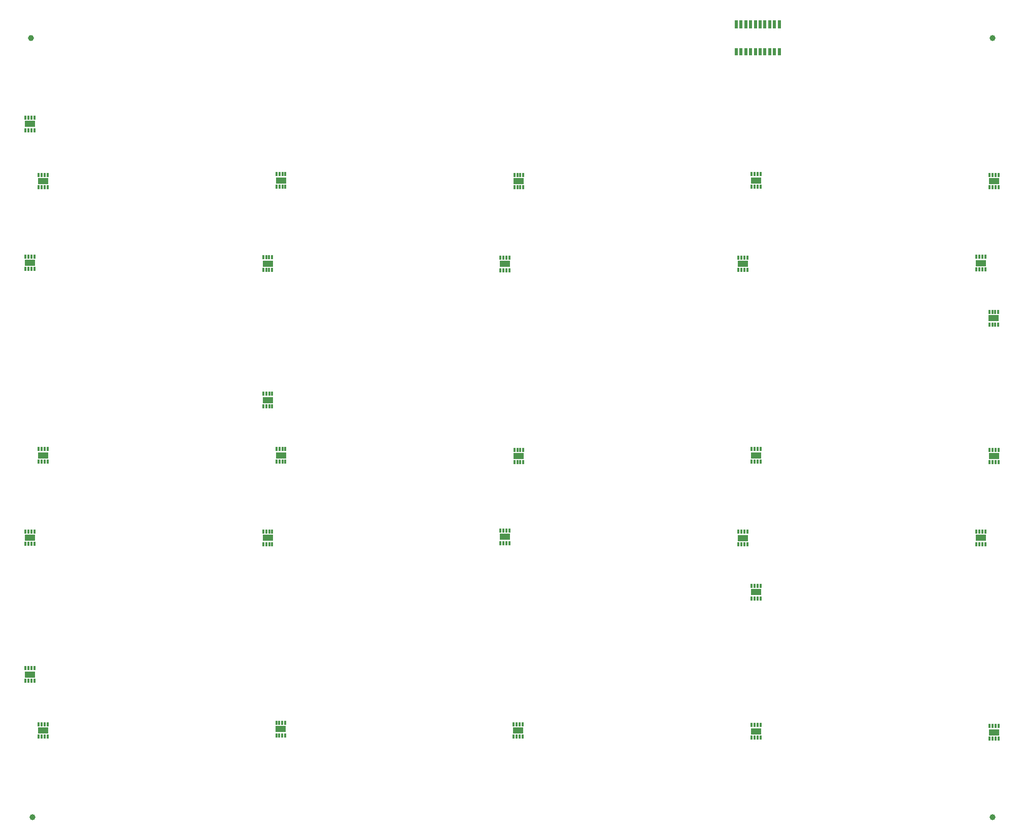
<source format=gbs>
G04 #@! TF.GenerationSoftware,KiCad,Pcbnew,8.0.0-1.fc39*
G04 #@! TF.CreationDate,2024-03-18T17:57:31+01:00*
G04 #@! TF.ProjectId,FT24-AMS-Slave_v1-VTSENS,46543234-2d41-44d5-932d-536c6176655f,rev?*
G04 #@! TF.SameCoordinates,Original*
G04 #@! TF.FileFunction,Soldermask,Bot*
G04 #@! TF.FilePolarity,Negative*
%FSLAX46Y46*%
G04 Gerber Fmt 4.6, Leading zero omitted, Abs format (unit mm)*
G04 Created by KiCad (PCBNEW 8.0.0-1.fc39) date 2024-03-18 17:57:31*
%MOMM*%
%LPD*%
G01*
G04 APERTURE LIST*
%ADD10R,0.300000X0.700000*%
%ADD11R,1.700000X1.000000*%
%ADD12C,1.000000*%
%ADD13R,0.550000X1.300000*%
%ADD14R,0.550000X1.400000*%
G04 APERTURE END LIST*
D10*
X106825000Y-65275000D03*
X106325000Y-65275000D03*
X105825000Y-65275000D03*
X105325000Y-65275000D03*
X105325000Y-63175000D03*
X105825000Y-63175000D03*
X106325000Y-63175000D03*
X106825000Y-63175000D03*
D11*
X106075000Y-64225000D03*
D10*
X186130330Y-111087498D03*
X185630330Y-111087498D03*
X185130330Y-111087498D03*
X184630330Y-111087498D03*
X184630330Y-108987498D03*
X185130330Y-108987498D03*
X185630330Y-108987498D03*
X186130330Y-108987498D03*
D11*
X185380330Y-110037498D03*
D10*
X146430330Y-65324080D03*
X145930330Y-65324080D03*
X145430330Y-65324080D03*
X144930330Y-65324080D03*
X144930330Y-63224080D03*
X145430330Y-63224080D03*
X145930330Y-63224080D03*
X146430330Y-63224080D03*
D11*
X145680330Y-64274080D03*
D10*
X67130330Y-133875000D03*
X66630330Y-133875000D03*
X66130330Y-133875000D03*
X65630330Y-133875000D03*
X65630330Y-131775000D03*
X66130330Y-131775000D03*
X66630330Y-131775000D03*
X67130330Y-131775000D03*
D11*
X66380330Y-132825000D03*
D10*
X146430330Y-110869670D03*
X145930330Y-110869670D03*
X145430330Y-110869670D03*
X144930330Y-110869670D03*
X144930330Y-108769670D03*
X145430330Y-108769670D03*
X145930330Y-108769670D03*
X146430330Y-108769670D03*
D11*
X145680330Y-109819670D03*
D10*
X225800000Y-65200000D03*
X225300000Y-65200000D03*
X224800000Y-65200000D03*
X224300000Y-65200000D03*
X224300000Y-63100000D03*
X224800000Y-63100000D03*
X225300000Y-63100000D03*
X225800000Y-63100000D03*
D11*
X225050000Y-64150000D03*
D10*
X226530330Y-141400000D03*
X227030330Y-141400000D03*
X227530330Y-141400000D03*
X228030330Y-141400000D03*
X228030330Y-143500000D03*
X227530330Y-143500000D03*
X227030330Y-143500000D03*
X226530330Y-143500000D03*
D11*
X227280330Y-142450000D03*
D10*
X107530330Y-49300000D03*
X108030330Y-49300000D03*
X108530330Y-49300000D03*
X109030330Y-49300000D03*
X109030330Y-51400000D03*
X108530330Y-51400000D03*
X108030330Y-51400000D03*
X107530330Y-51400000D03*
D11*
X108280330Y-50350000D03*
D10*
X147230330Y-49400000D03*
X147730330Y-49400000D03*
X148230330Y-49400000D03*
X148730330Y-49400000D03*
X148730330Y-51500000D03*
X148230330Y-51500000D03*
X147730330Y-51500000D03*
X147230330Y-51500000D03*
D11*
X147980330Y-50450000D03*
D12*
X227000000Y-156600000D03*
D10*
X147130330Y-141100000D03*
X147630330Y-141100000D03*
X148130330Y-141100000D03*
X148630330Y-141100000D03*
X148630330Y-143200000D03*
X148130330Y-143200000D03*
X147630330Y-143200000D03*
X147130330Y-143200000D03*
D11*
X147880330Y-142150000D03*
D10*
X226530330Y-95300000D03*
X227030330Y-95300000D03*
X227530330Y-95300000D03*
X228030330Y-95300000D03*
X228030330Y-97400000D03*
X227530330Y-97400000D03*
X227030330Y-97400000D03*
X226530330Y-97400000D03*
D11*
X227280330Y-96350000D03*
D10*
X186130330Y-65300000D03*
X185630330Y-65300000D03*
X185130330Y-65300000D03*
X184630330Y-65300000D03*
X184630330Y-63200000D03*
X185130330Y-63200000D03*
X185630330Y-63200000D03*
X186130330Y-63200000D03*
D11*
X185380330Y-64250000D03*
D10*
X147230330Y-95300000D03*
X147730330Y-95300000D03*
X148230330Y-95300000D03*
X148730330Y-95300000D03*
X148730330Y-97400000D03*
X148230330Y-97400000D03*
X147730330Y-97400000D03*
X147230330Y-97400000D03*
D11*
X147980330Y-96350000D03*
D10*
X186830330Y-141250000D03*
X187330330Y-141250000D03*
X187830330Y-141250000D03*
X188330330Y-141250000D03*
X188330330Y-143350000D03*
X187830330Y-143350000D03*
X187330330Y-143350000D03*
X186830330Y-143350000D03*
D11*
X187580330Y-142300000D03*
D12*
X66800000Y-156600000D03*
D10*
X226480330Y-72300000D03*
X226980330Y-72300000D03*
X227480330Y-72300000D03*
X227980330Y-72300000D03*
X227980330Y-74400000D03*
X227480330Y-74400000D03*
X226980330Y-74400000D03*
X226480330Y-74400000D03*
D11*
X227230330Y-73350000D03*
D10*
X106830330Y-88050000D03*
X106330330Y-88050000D03*
X105830330Y-88050000D03*
X105330330Y-88050000D03*
X105330330Y-85950000D03*
X105830330Y-85950000D03*
X106330330Y-85950000D03*
X106830330Y-85950000D03*
D11*
X106080330Y-87000000D03*
D10*
X67830330Y-141100000D03*
X68330330Y-141100000D03*
X68830330Y-141100000D03*
X69330330Y-141100000D03*
X69330330Y-143200000D03*
X68830330Y-143200000D03*
X68330330Y-143200000D03*
X67830330Y-143200000D03*
D11*
X68580330Y-142150000D03*
D10*
X67130330Y-65137517D03*
X66630330Y-65137517D03*
X66130330Y-65137517D03*
X65630330Y-65137517D03*
X65630330Y-63037517D03*
X66130330Y-63037517D03*
X66630330Y-63037517D03*
X67130330Y-63037517D03*
D11*
X66380330Y-64087517D03*
D10*
X67130330Y-111033274D03*
X66630330Y-111033274D03*
X66130330Y-111033274D03*
X65630330Y-111033274D03*
X65630330Y-108933274D03*
X66130330Y-108933274D03*
X66630330Y-108933274D03*
X67130330Y-108933274D03*
D11*
X66380330Y-109983274D03*
D10*
X67130330Y-41980330D03*
X66630330Y-41980330D03*
X66130330Y-41980330D03*
X65630330Y-41980330D03*
X65630330Y-39880330D03*
X66130330Y-39880330D03*
X66630330Y-39880330D03*
X67130330Y-39880330D03*
D11*
X66380330Y-40930330D03*
D10*
X67830330Y-49410660D03*
X68330330Y-49410660D03*
X68830330Y-49410660D03*
X69330330Y-49410660D03*
X69330330Y-51510660D03*
X68830330Y-51510660D03*
X68330330Y-51510660D03*
X67830330Y-51510660D03*
D11*
X68580330Y-50460660D03*
D10*
X67830330Y-95200000D03*
X68330330Y-95200000D03*
X68830330Y-95200000D03*
X69330330Y-95200000D03*
X69330330Y-97300000D03*
X68830330Y-97300000D03*
X68330330Y-97300000D03*
X67830330Y-97300000D03*
D11*
X68580330Y-96250000D03*
D10*
X186830330Y-118025000D03*
X187330330Y-118025000D03*
X187830330Y-118025000D03*
X188330330Y-118025000D03*
X188330330Y-120125000D03*
X187830330Y-120125000D03*
X187330330Y-120125000D03*
X186830330Y-120125000D03*
D11*
X187580330Y-119075000D03*
D12*
X66600000Y-26600000D03*
D10*
X186830330Y-49312500D03*
X187330330Y-49312500D03*
X187830330Y-49312500D03*
X188330330Y-49312500D03*
X188330330Y-51412500D03*
X187830330Y-51412500D03*
X187330330Y-51412500D03*
X186830330Y-51412500D03*
D11*
X187580330Y-50362500D03*
D13*
X191440000Y-28825000D03*
D14*
X191440000Y-24275000D03*
D13*
X190640000Y-28825000D03*
D14*
X190640000Y-24275000D03*
D13*
X189840000Y-28825000D03*
D14*
X189840000Y-24275000D03*
D13*
X189040000Y-28825000D03*
D14*
X189040000Y-24275000D03*
D13*
X188240000Y-28825000D03*
D14*
X188240000Y-24275000D03*
D13*
X187440000Y-28825000D03*
D14*
X187440000Y-24275000D03*
D13*
X186640000Y-28825000D03*
D14*
X186640000Y-24275000D03*
D13*
X185840000Y-28825000D03*
D14*
X185840000Y-24275000D03*
D13*
X185040000Y-28825000D03*
D14*
X185040000Y-24275000D03*
D13*
X184240000Y-28825000D03*
D14*
X184240000Y-24275000D03*
D10*
X186830330Y-95200000D03*
X187330330Y-95200000D03*
X187830330Y-95200000D03*
X188330330Y-95200000D03*
X188330330Y-97300000D03*
X187830330Y-97300000D03*
X187330330Y-97300000D03*
X186830330Y-97300000D03*
D11*
X187580330Y-96250000D03*
D12*
X227000000Y-26600000D03*
D10*
X226530330Y-49400000D03*
X227030330Y-49400000D03*
X227530330Y-49400000D03*
X228030330Y-49400000D03*
X228030330Y-51500000D03*
X227530330Y-51500000D03*
X227030330Y-51500000D03*
X226530330Y-51500000D03*
D11*
X227280330Y-50450000D03*
D10*
X107530330Y-95200000D03*
X108030330Y-95200000D03*
X108530330Y-95200000D03*
X109030330Y-95200000D03*
X109030330Y-97300000D03*
X108530330Y-97300000D03*
X108030330Y-97300000D03*
X107530330Y-97300000D03*
D11*
X108280330Y-96250000D03*
D10*
X106830330Y-111050007D03*
X106330330Y-111050007D03*
X105830330Y-111050007D03*
X105330330Y-111050007D03*
X105330330Y-108950007D03*
X105830330Y-108950007D03*
X106330330Y-108950007D03*
X106830330Y-108950007D03*
D11*
X106080330Y-110000007D03*
D10*
X225800000Y-111050000D03*
X225300000Y-111050000D03*
X224800000Y-111050000D03*
X224300000Y-111050000D03*
X224300000Y-108950000D03*
X224800000Y-108950000D03*
X225300000Y-108950000D03*
X225800000Y-108950000D03*
D11*
X225050000Y-110000000D03*
D10*
X107513297Y-140875000D03*
X108013297Y-140875000D03*
X108513297Y-140875000D03*
X109013297Y-140875000D03*
X109013297Y-142975000D03*
X108513297Y-142975000D03*
X108013297Y-142975000D03*
X107513297Y-142975000D03*
D11*
X108263297Y-141925000D03*
M02*

</source>
